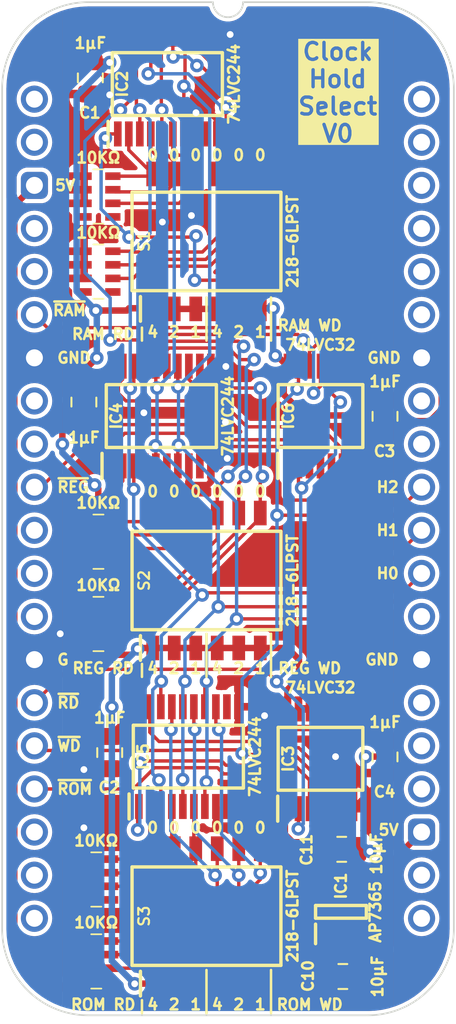
<source format=kicad_pcb>
(kicad_pcb (version 20240108) (generator "pcbnew") (generator_version "8.0")
  (layers (0 "F.Cu" signal) (31 "B.Cu" signal) (34 "B.Paste" user) (35 "F.Paste" user) (36 "B.SilkS" user "B.Silkscreen") (37 "F.SilkS" user "F.Silkscreen") (38 "B.Mask" user) (39 "F.Mask" user) (44 "Edge.Cuts" user))
  (net 0 "")
  (net 1 "/5V")
  (net 2 "/GND")
  (net 3 "/3.3V")
  (net 36 "/~{RAM}+~{RD}")
  (net 37 "/H0")
  (net 38 "/H1")
  (net 39 "/H2")
  (net 40 "/~{RAM}+~{WD}")
  (net 41 "/~{Device Registers}")
  (net 42 "/~{RD}")
  (net 43 "/~{REG}+~{RD}")
  (net 44 "/~{WD}")
  (net 45 "/~{REG}+~{WD}")
  (net 46 "/~{Device RAM}")
  (net 48 "/~{Device ROM}")
  (net 56 "/RAM RD H0")
  (net 57 "/RAM RD H1")
  (net 58 "/RAM RD H2")
  (net 59 "/RAM WD H2")
  (net 60 "/RAM WD H1")
  (net 61 "/RAM WD H0")
  (net 62 "/REG RD H0")
  (net 63 "/REG RD H1")
  (net 64 "/REG RD H2")
  (net 65 "/REG WD H2")
  (net 66 "/REG WD H1")
  (net 67 "/REG WD H0")
  (net 68 "/~{ROM}+~{RD}")
  (net 69 "/~{ROM}+~{WD}")
  (net 72 "/ROM RD H0")
  (net 73 "/ROM RD H1")
  (net 74 "/ROM RD H2")
  (net 75 "/ROM WD H2")
  (net 76 "/ROM WD H1")
  (net 77 "/ROM WD H0")
  (footprint "SamacSys_Parts:C_0805" (layer "F.Cu") (at 109.601 97.155 180)
    (property "Reference" "C4")
    (property "Value" "1μF")
  )
  (footprint "SamacSys_Parts:CAY16-J4" (layer "F.Cu") (at 92.71 68.58 180)
    (property "Reference" "RN2" (hide yes))
    (property "Value" "CAY16-103J4LF" (hide yes))
  )
  (footprint "SamacSys_Parts:C_0805" (layer "F.Cu") (at 107.127 110.109 90)
    (property "Reference" "C10")
    (property "Value" "10µF")
  )
  (footprint "SamacSys_Parts:CAY16-J4" (layer "F.Cu") (at 92.583 104.394 180)
    (property "Reference" "RN5" (hide yes))
    (property "Value" "CAY16-103J4LF" (hide yes))
  )
  (footprint "SamacSys_Parts:CAY16-J4" (layer "F.Cu") (at 92.71 64.156558 180)
    (property "Reference" "RN1" (hide yes))
    (property "Value" "CAY16-103J4LF" (hide yes))
  )
  (footprint "SamacSys_Parts:SOT95P285X130-5N" (layer "F.Cu") (at 107 106.299 90)
    (property "Reference" "IC1")
    (property "Value" "AP7365-33WG-7" (hide yes))
  )
  (footprint "SamacSys_Parts:CAY16-J4" (layer "F.Cu") (at 92.71 89.340558 180)
    (property "Reference" "RN4" (hide yes))
    (property "Value" "CAY16-103J4LF" (hide yes))
  )
  (footprint "SamacSys_Parts:SOIC127P844X265-12N" (layer "F.Cu") (at 99.06 106.553 90)
    (property "Reference" "S3")
    (property "Value" "218-6LPST" (hide yes))
  )
  (footprint "SamacSys_Parts:CAY16-J4" (layer "F.Cu") (at 92.583 109.22 180)
    (property "Reference" "RN6" (hide yes))
    (property "Value" "CAY16-103J4LF" (hide yes))
  )
  (footprint "SamacSys_Parts:DIP-40_Board_W22.86mm" (layer "F.Cu") (at 88.9 58.42)
    (property "Reference" "J1" (hide yes))
    (property "Value" "Conn_02x20_Counter_Clockwise")
    (fp_line (start -1.905 -0.635) (end -1.905 48.895) (stroke (width 0.1)) (layer "Edge.Cuts"))
    (fp_line (start 10.541 -5.715) (end 3.175 -5.715) (stroke (width 0.1)) (layer "Edge.Cuts"))
    (fp_line (start 19.685 -5.715) (end 12.319 -5.715) (stroke (width 0.1)) (layer "Edge.Cuts"))
    (fp_line (start 19.685 53.975) (end 3.175 53.975) (stroke (width 0.1)) (layer "Edge.Cuts"))
    (fp_line (start 24.765 48.895) (end 24.765 -0.635) (stroke (width 0.1)) (layer "Edge.Cuts"))
    (fp_arc (start -1.905 -0.635) (mid -0.417102 -4.227102) (end 3.175 -5.715) (stroke (width 0.1)) (layer "Edge.Cuts"))
    (fp_arc (start 3.175 53.975) (mid -0.417102 52.487102) (end -1.905 48.895) (stroke (width 0.1)) (layer "Edge.Cuts"))
    (fp_arc (start 12.319 -5.715) (mid 11.43 -4.826) (end 10.541 -5.715) (stroke (width 0.1)) (layer "Edge.Cuts"))
    (fp_arc (start 19.685 -5.715) (mid 23.277102 -4.227102) (end 24.765 -0.635) (stroke (width 0.1)) (layer "Edge.Cuts"))
    (fp_arc (start 24.765 48.895) (mid 23.277102 52.487102) (end 19.685 53.975) (stroke (width 0.1)) (layer "Edge.Cuts"))
  )
  (footprint "SamacSys_Parts:SOP65P640X110-14N" (layer "F.Cu") (at 105.791 97.282 90)
    (property "Reference" "IC3")
    (property "Value" "74LVC32APW,118" (hide yes))
  )
  (footprint "SamacSys_Parts:SOP65P640X110-20N" (layer "F.Cu") (at 96.393 77.089 90)
    (property "Reference" "IC4")
    (property "Value" "74LVC244APW,118" (hide yes))
  )
  (footprint "SamacSys_Parts:SOP65P640X110-20N" (layer "F.Cu") (at 96.748229 57.531 90)
    (property "Reference" "IC2")
    (property "Value" "74LVC244APW,118" (hide yes))
  )
  (footprint "SamacSys_Parts:C_0805" (layer "F.Cu") (at 93.345 96.901 180)
    (property "Reference" "C2")
    (property "Value" "1μF")
  )
  (footprint "SamacSys_Parts:C_0805" (layer "F.Cu") (at 109.601 77.089 180)
    (property "Reference" "C3")
    (property "Value" "1μF")
  )
  (footprint "SamacSys_Parts:SOIC127P844X265-12N" (layer "F.Cu") (at 99.06 66.802 90)
    (property "Reference" "S1")
    (property "Value" "218-6LPST" (hide yes))
  )
  (footprint "SamacSys_Parts:C_0805" (layer "F.Cu") (at 107.061 102.616 90)
    (property "Reference" "C11")
    (property "Value" "10µF")
  )
  (footprint "SamacSys_Parts:SOIC127P844X265-12N" (layer "F.Cu") (at 99.06 86.779 90)
    (property "Reference" "S2")
    (property "Value" "218-6LPST" (hide yes))
  )
  (footprint "SamacSys_Parts:SOP65P640X110-14N" (layer "F.Cu") (at 105.791 77.089 90)
    (property "Reference" "IC6")
    (property "Value" "74LVC32APW,118" (hide yes))
  )
  (footprint "SamacSys_Parts:CAY16-J4" (layer "F.Cu") (at 92.71 84.493 180)
    (property "Reference" "RN3" (hide yes))
    (property "Value" "CAY16-103J4LF" (hide yes))
  )
  (footprint "SamacSys_Parts:SOP65P640X110-20N" (layer "F.Cu") (at 97.98925 97.155 90)
    (property "Reference" "IC5")
    (property "Value" "74LVC244APW,118" (hide yes))
  )
  (footprint "SamacSys_Parts:C_0805" (layer "F.Cu") (at 91.821001 76.249999 180)
    (property "Reference" "C12" (hide yes))
    (property "Value" "1μF")
  )
  (footprint "SamacSys_Parts:C_0805" (layer "F.Cu") (at 92.202 57.15 180)
    (property "Reference" "C1")
    (property "Value" "1μF")
  )
  (gr_line (start 102.87 112.268) (end 102.87 109.728) (stroke (width 0.15)) (layer "F.SilkS"))
  (gr_line (start 99.06 72.644) (end 99.06 70.104) (stroke (width 0.15)) (layer "F.SilkS"))
  (gr_line (start 102.87 72.644) (end 102.87 70.104) (stroke (width 0.15)) (layer "F.SilkS"))
  (gr_line (start 99.06 112.268) (end 99.06 109.728) (stroke (width 0.15)) (layer "F.SilkS"))
  (gr_line (start 95.25 112.268) (end 95.25 111.506) (stroke (width 0.15)) (layer "F.SilkS"))
  (gr_line (start 102.87 92.456) (end 102.87 89.916) (stroke (width 0.15)) (layer "F.SilkS"))
  (gr_line (start 95.25 92.456) (end 95.25 91.694) (stroke (width 0.15)) (layer "F.SilkS"))
  (gr_line (start 99.06 92.456) (end 99.06 89.916) (stroke (width 0.15)) (layer "F.SilkS"))
  (gr_line (start 95.25 72.644) (end 95.25 71.882) (stroke (width 0.15)) (layer "F.SilkS"))
  (gr_text "1" (at 98.425 72.136 0) (layer "F.SilkS") (effects (font (size 0.635 0.635))))
  (gr_text "GND" (at 110.49 91.44 0) (layer "F.SilkS") (effects (font (size 0.635 0.635) (thickness 0.15) (bold yes)) (justify right)))
  (gr_text "ROM RD" (at 92.964 111.76 0) (layer "F.SilkS") (effects (font (size 0.635 0.635))))
  (gr_text "2" (at 100.965 111.76 0) (layer "F.SilkS") (effects (font (size 0.635 0.635))))
  (gr_text "1" (at 98.425 111.76 0) (layer "F.SilkS") (effects (font (size 0.635 0.635))))
  (gr_text "0\n" (at 99.695 81.534 0) (layer "F.SilkS") (effects (font (size 0.635 0.635))))
  (gr_text "0" (at 98.425 101.346 0) (layer "F.SilkS") (effects (font (size 0.635 0.635))))
  (gr_text "1" (at 102.235 91.948 0) (layer "F.SilkS") (effects (font (size 0.635 0.635))))
  (gr_text "0" (at 98.425 61.722 0) (layer "F.SilkS") (effects (font (size 0.635 0.635))))
  (gr_text "2" (at 100.965 72.136 0) (layer "F.SilkS") (effects (font (size 0.635 0.635))))
  (gr_text "2" (at 97.155 111.76 0) (layer "F.SilkS") (effects (font (size 0.635 0.635))))
  (gr_text "0" (at 97.155 61.722 0) (layer "F.SilkS") (effects (font (size 0.635 0.635))))
  (gr_text "0" (at 100.965 61.722 0) (layer "F.SilkS") (effects (font (size 0.635 0.635))))
  (gr_text "5V" (at 90.043 63.5 0) (layer "F.SilkS") (effects (font (size 0.635 0.635) (thickness 0.15) (bold yes)) (justify left)))
  (gr_text "1" (at 102.235 72.136 0) (layer "F.SilkS") (effects (font (size 0.635 0.635))))
  (gr_text "1" (at 102.235 111.76 0) (layer "F.SilkS") (effects (font (size 0.635 0.635))))
  (gr_text "REG WD" (at 105.156 91.948 0) (layer "F.SilkS") (effects (font (size 0.635 0.635))))
  (gr_text "REG RD" (at 92.964 91.948 0) (layer "F.SilkS") (effects (font (size 0.635 0.635))))
  (gr_text "~{WD}" (at 90.17 96.52 0) (layer "F.SilkS") (effects (font (size 0.635 0.635) (thickness 0.15) (bold yes)) (justify left)))
  (gr_text "0" (at 95.885 101.346 0) (layer "F.SilkS") (effects (font (size 0.635 0.635))))
  (gr_text "~{REG}" (at 90.17 81.28 0) (layer "F.SilkS") (effects (font (size 0.635 0.635) (thickness 0.15) (bold yes)) (justify left)))
  (gr_text "RAM RD" (at 92.964 72.263 0) (layer "F.SilkS") (effects (font (size 0.635 0.635))))
  (gr_text "2" (at 97.155 91.948 0) (layer "F.SilkS") (effects (font (size 0.635 0.635))))
  (gr_text "0" (at 97.155 101.346 0) (layer "F.SilkS") (effects (font (size 0.635 0.635))))
  (gr_text "Clock\nHold\nSelect\nV0" (at 106.807 58.039 0) (layer "F.SilkS" knockout) (effects (font (size 1 1) (thickness 0.2) (bold yes))))
  (gr_text "4" (at 99.695 111.76 0) (layer "F.SilkS") (effects (font (size 0.635 0.635))))
  (gr_text "0" (at 102.235 101.346 0) (layer "F.SilkS") (effects (font (size 0.635 0.635))))
  (gr_text "1" (at 98.425 91.948 0) (layer "F.SilkS") (effects (font (size 0.635 0.635))))
  (gr_text "GND" (at 110.617 73.66 0) (layer "F.SilkS") (effects (font (size 0.635 0.635) (thickness 0.15) (bold yes)) (justify right)))
  (gr_text "0" (at 97.155 81.534 0) (layer "F.SilkS") (effects (font (size 0.635 0.635))))
  (gr_text "0" (at 102.235 61.722 0) (layer "F.SilkS") (effects (font (size 0.635 0.635))))
  (gr_text "4" (at 95.885 72.136 0) (layer "F.SilkS") (effects (font (size 0.635 0.635))))
  (gr_text "4" (at 95.885 111.76 0) (layer "F.SilkS") (effects (font (size 0.635 0.635))))
  (gr_text "ROM WD" (at 105.156 111.76 0) (layer "F.SilkS") (effects (font (size 0.635 0.635))))
  (gr_text "H1" (at 110.49 83.82 0) (layer "F.SilkS") (effects (font (size 0.635 0.635) (thickness 0.15) (bold yes)) (justify right)))
  (gr_text "4" (at 99.695 72.136 0) (layer "F.SilkS") (effects (font (size 0.635 0.635))))
  (gr_text "4" (at 99.695 91.948 0) (layer "F.SilkS") (effects (font (size 0.635 0.635))))
  (gr_text "0" (at 95.885 61.722 0) (layer "F.SilkS") (effects (font (size 0.635 0.635))))
  (gr_text "~{RAM}" (at 89.916 70.866 0) (layer "F.SilkS") (effects (font (size 0.635 0.635) (thickness 0.15) (bold yes)) (justify left)))
  (gr_text "~{RD}" (at 90.17 93.98 0) (layer "F.SilkS") (effects (font (size 0.635 0.635) (thickness 0.15) (bold yes)) (justify left)))
  (gr_text "~{ROM}" (at 90.17 99.06 0) (layer "F.SilkS") (effects (font (size 0.635 0.635) (thickness 0.15) (bold yes)) (justify left)))
  (gr_text "0" (at 102.235 81.534 0) (layer "F.SilkS") (effects (font (size 0.635 0.635))))
  (gr_text "0" (at 95.885 81.534 0) (layer "F.SilkS") (effects (font (size 0.635 0.635))))
  (gr_text "GND" (at 90.17 73.66 0) (layer "F.SilkS") (effects (font (size 0.635 0.635) (thickness 0.15) (bold yes)) (justify left)))
  (gr_text "H2" (at 110.49 81.28 0) (layer "F.SilkS") (effects (font (size 0.635 0.635) (thickness 0.15) (bold yes)) (justify right)))
  (gr_text "0\n" (at 99.695 101.346 0) (layer "F.SilkS") (effects (font (size 0.635 0.635))))
  (gr_text "0" (at 100.965 81.534 0) (layer "F.SilkS") (effects (font (size 0.635 0.635))))
  (gr_text "4" (at 95.885 91.948 0) (layer "F.SilkS") (effects (font (size 0.635 0.635))))
  (gr_text "G" (at 90.17 91.44 0) (layer "F.SilkS") (effects (font (size 0.635 0.635) (thickness 0.15) (bold yes)) (justify left)))
  (gr_text "0" (at 98.425 81.534 0) (layer "F.SilkS") (effects (font (size 0.635 0.635))))
  (gr_text "5V" (at 110.49 101.473 0) (layer "F.SilkS") (effects (font (size 0.635 0.635) (thickness 0.15) (bold yes)) (justify right)))
  (gr_text "2" (at 97.155 72.136 0) (layer "F.SilkS") (effects (font (size 0.635 0.635))))
  (gr_text "2" (at 100.965 91.948 0) (layer "F.SilkS") (effects (font (size 0.635 0.635))))
  (gr_text "H0" (at 110.49 86.36 0) (layer "F.SilkS") (effects (font (size 0.635 0.635) (thickness 0.15) (bold yes)) (justify right)))
  (gr_text "RAM WD" (at 105.156 71.755 0) (layer "F.SilkS") (effects (font (size 0.635 0.635))))
  (gr_text "0" (at 100.965 101.346 0) (layer "F.SilkS") (effects (font (size 0.635 0.635))))
  (gr_text "0\n" (at 99.695 61.722 0) (layer "F.SilkS") (effects (font (size 0.635 0.635))))
  (segment (start 107 109.346999) (end 107.762 110.109) (width 0.38) (layer "F.Cu") (net 1))
  (segment (start 87.71 107.881) (end 87.71 64.69) (width 0.38) (layer "F.Cu") (net 1))
  (segment (start 106.217 108.563999) (end 106.050001 108.397) (width 0.38) (layer "F.Cu") (net 1))
  (segment (start 107 108.564) (end 107 109.346999) (width 0.38) (layer "F.Cu") (net 1))
  (segment (start 87.71 64.69) (end 88.9 63.5) (width 0.38) (layer "F.Cu") (net 1))
  (segment (start 107.95 108.304001) (end 107.69 108.564) (width 0.38) (layer "F.Cu") (net 1))
  (segment (start 108.061 110.109) (end 106.527 111.643) (width 0.38) (layer "F.Cu") (net 1))
  (segment (start 106.050001 108.397) (end 106.05 107.599) (width 0.38) (layer "F.Cu") (net 1))
  (segment (start 107.69 108.564) (end 107 108.564) (width 0.38) (layer "F.Cu") (net 1))
  (segment (start 107 108.564) (end 106.217 108.563999) (width 0.38) (layer "F.Cu") (net 1))
  (segment (start 108.061 110.109) (end 109.982 108.188) (width 0.38) (layer "F.Cu") (net 1))
  (segment (start 106.527 111.643) (end 91.472 111.643) (width 0.38) (layer "F.Cu") (net 1))
  (segment (start 107.95 107.599) (end 107.95 108.304001) (width 0.38) (layer "F.Cu") (net 1))
  (segment (start 109.982 103.378) (end 111.76 101.6) (width 0.38) (layer "F.Cu") (net 1))
  (segment (start 109.982 108.188) (end 109.982 103.378) (width 0.38) (layer "F.Cu") (net 1))
  (segment (start 91.472 111.643) (end 87.71 107.881) (width 0.38) (layer "F.Cu") (net 1))
  (segment (start 93.294998 58.116) (end 93.344999 58.166001) (width 0.38) (layer "F.Cu") (net 2))
  (segment (start 91.831 64.556558) (end 91.831 63.756558) (width 0.25) (layer "F.Cu") (net 2))
  (segment (start 106.68 97.155) (end 107.646 98.121) (width 0.38) (layer "F.Cu") (net 2))
  (segment (start 109.601 79.248) (end 109.601 78.055) (width 0.38) (layer "F.Cu") (net 2))
  (segment (start 99.845502 80.027) (end 100.286502 79.586) (width 0.38) (layer "F.Cu") (net 2))
  (segment (start 103.124 101.6) (end 101.617 100.093) (width 0.38) (layer "F.Cu") (net 2))
  (segment (start 91.831 68.18) (end 91.831 67.38) (width 0.25) (layer "F.Cu") (net 2))
  (segment (start 98.018 81.1445) (end 98.028 81.1545) (width 0.38) (layer "F.Cu") (net 2))
  (segment (start 107.646 98.121) (end 109.601 98.121) (width 0.38) (layer "F.Cu") (net 2))
  (segment (start 103.886 96.139) (end 105.664 96.139) (width 0.38) (layer "F.Cu") (net 2))
  (segment (start 103.886 102.616) (end 103.124 101.854) (width 0.38) (layer "F.Cu") (net 2))
  (segment (start 98.373229 59.285833) (end 98.44044 59.218622) (width 0.38) (layer "F.Cu") (net 2))
  (segment (start 112.252915 77.39) (end 112.95 76.692915) (width 0.38) (layer "F.Cu") (net 2))
  (segment (start 95.42829 76.962) (end 95.363421 76.897131) (width 0.38) (layer "F.Cu") (net 2))
  (segment (start 105.36 104.19) (end 105.36 106.299) (width 0.38) (layer "F.Cu") (net 2))
  (segment (start 103.124 101.854) (end 103.124 101.6) (width 0.38) (layer "F.Cu") (net 2))
  (segment (start 99.64925 100.128) (end 99.64925 101.2205) (width 0.38) (layer "F.Cu") (net 2))
  (segment (start 99.690434 76.962) (end 95.42829 76.962) (width 0.38) (layer "F.Cu") (net 2))
  (segment (start 91.831 84.893) (end 91.831 84.093) (width 0.38) (layer "F.Cu") (net 2))
  (segment (start 91.831 84.093) (end 91.831 83.293) (width 0.38) (layer "F.Cu") (net 2))
  (segment (start 105.36 106.299) (end 105.36 109.308) (width 0.38) (layer "F.Cu") (net 2))
  (segment (start 99.673229 60.469) (end 99.673229 59.591793) (width 0.38) (layer "F.Cu") (net 2))
  (segment (start 99.318 80.027) (end 99.845502 80.027) (width 0.38) (layer "F.Cu") (net 2))
  (segment (start 100.87925 101.2205) (end 100.91425 101.1855) (width 0.38) (layer "F.Cu") (net 2))
  (segment (start 100.186 74.151) (end 100.203 74.168) (width 0.38) (layer "F.Cu") (net 2))
  (segment (start 91.831 63.756558) (end 91.831 62.956558) (width 0.25) (layer "F.Cu") (net 2))
  (segment (start 102.489 94.742) (end 103.886 96.139) (width 0.38) (layer "F.Cu") (net 2))
  (segment (start 99.134165 81.1545) (end 99.318 80.970665) (width 0.38) (layer "F.Cu") (net 2))
  (segment (start 109.601 78.055) (end 110.266 77.39) (width 0.38) (layer "F.Cu") (net 2))
  (segment (start 98.028 81.1545) (end 99.134165 81.1545) (width 0.38) (layer "F.Cu") (net 2))
  (segment (start 99.318 80.970665) (end 99.318 80.027) (width 0.38) (layer "F.Cu") (net 2))
  (segment (start 92.139869 76.897131) (end 95.363421 76.897131) (width 0.38) (layer "F.Cu") (net 2))
  (segment (start 91.831 68.98) (end 91.831 68.18) (width 0.25) (layer "F.Cu") (net 2))
  (segment (start 110.266 77.39) (end 112.252915 77.39) (width 0.38) (layer "F.Cu") (net 2))
  (segment (start 112.95 74.85) (end 111.76 73.66) (width 0.38) (layer "F.Cu") (net 2))
  (segment (start 91.823558 88.140558) (end 90.805 87.122) (width 0.38) (layer "F.Cu") (net 2))
  (segment (start 99.300058 59.218622) (end 98.44044 59.218622) (width 0.38) (layer "F.Cu") (net 2))
  (segment (start 112.95 76.692915) (end 112.95 74.85) (width 0.38) (layer "F.Cu") (net 2))
  (segment (start 91.704 103.994) (end 91.704 103.194) (width 0.38) (layer "F.Cu") (net 2))
  (segment (start 92.202 58.116) (end 93.294998 58.116) (width 0.38) (layer "F.Cu") (net 2))
  (segment (start 107 107.599) (end 107 106.644) (width 0.38) (layer "F.Cu") (net 2))
  (segment (start 91.821 103.077) (end 91.821 101.34599) (width 0.38) (layer "F.Cu") (net 2))
  (segment (start 106.095 102.616) (end 103.886 102.616) (width 0.38) (layer "F.Cu") (net 2))
  (segment (start 109.601 98.36) (end 107.741 100.22) (width 0.38) (layer "F.Cu") (net 2))
  (segment (start 106.095 102.616) (end 106.095 103.455) (width 0.38) (layer "F.Cu") (net 2))
  (segment (start 100.176434 77.448) (end 99.690434 76.962) (width 0.38) (layer "F.Cu") (net 2))
  (segment (start 96.455 65.659) (end 97.79 65.659) (width 0.38) (layer "F.Cu") (net 2))
  (segment (start 105.36 109.308) (end 106.161 110.109) (width 0.38) (layer "F.Cu") (net 2))
  (segment (start 108.822 80.027) (end 109.601 79.248) (width 0.38) (layer "F.Cu") (net 2))
  (segment (start 91.821001 77.215999) (end 92.139869 76.897131) (width 0.38) (layer "F.Cu") (net 2))
  (segment (start 91.704 104.794) (end 91.704 103.994) (width 0.38) (layer "F.Cu") (net 2))
  (segment (start 105.664 96.139) (end 106.68 97.155) (width 0.38) (layer "F.Cu") (net 2))
  (segment (start 98.018 80.027) (end 98.018 81.1445) (width 0.38) (layer "F.Cu") (net 2))
  (segment (start 91.001 84.893) (end 91.831 84.893) (width 0.38) (layer "F.Cu") (net 2))
  (segment (start 90.805 85.089) (end 91.001 84.893) (width 0.38) (layer "F.Cu") (net 2))
  (segment (start 97.79 65.659) (end 98.171 65.278) (width 0.38) (layer "F.Cu") (net 2))
  (segment (start 100.44 54.593) (end 100.457 54.61) (width 0.38) (layer "F.Cu") (net 2))
  (segment (start 90.805 87.122) (end 90.805 85.089) (width 0.38) (layer "F.Cu") (net 2))
  (segment (start 98.373229 60.469) (end 98.373229 59.285833) (width 0.38) (layer "F.Cu") (net 2))
  (segment (start 91.704 103.194) (end 91.821 103.077) (width 0.38) (layer "F.Cu") (net 2))
  (segment (start 91.831 89.740558) (end 90.599442 89.740558) (width 0.38) (layer "F.Cu") (net 2))
  (segment (start 106.655 106.299) (end 105.36 106.299) (width 0.38) (layer "F.Cu") (net 2))
  (segment (start 99.673229 59.591793) (end 99.300058 59.218622) (width 0.38) (layer "F.Cu") (net 2))
  (segment (start 91.831 89.740558) (end 91.831 88.940558) (width 0.38) (layer "F.Cu") (net 2))
  (segment (start 107.741 80.027) (end 108.822 80.027) (width 0.38) (layer "F.Cu") (net 2))
  (segment (start 99.673229 54.593) (end 100.44 54.593) (width 0.38) (layer "F.Cu") (net 2))
  (segment (start 99.64925 101.2205) (end 100.87925 101.2205) (width 0.38) (layer "F.Cu") (net 2))
  (segment (start 91.831 88.940558) (end 91.831 88.140558) (width 0.38) (layer "F.Cu") (net 2))
  (segment (start 100.91425 101.1855) (end 100.91425 100.093) (width 0.38) (layer "F.Cu") (net 2))
  (segment (start 90.599442 89.740558) (end 90.424 89.916) (width 0.38) (layer "F.Cu") (net 2))
  (segment (start 99.318 74.151) (end 100.186 74.151) (width 0.38) (layer "F.Cu") (net 2))
  (segment (start 106.095 103.455) (end 105.36 104.19) (width 0.38) (layer "F.Cu") (net 2))
  (segment (start 91.821 97.917) (end 93.295 97.917) (width 0.38) (layer "F.Cu") (net 2))
  (segment (start 107 106.644) (end 106.655 106.299) (width 0.38) (layer "F.Cu") (net 2))
  (segment (start 101.617 100.093) (end 100.91425 100.093) (width 0.38) (layer "F.Cu") (net 2))
  (via (at 93.344999 58.166001) (size 0.8) (drill 0.4) (layers "F.Cu" "B.Cu") (net 2))
  (via (at 91.821 101.34599) (size 0.8) (drill 0.4) (layers "F.Cu" "B.Cu") (net 2))
  (via (at 90.424 89.916) (size 0.8) (drill 0.4) (layers "F.Cu" "B.Cu") (net 2))
  (via (at 102.489 94.742) (size 0.8) (drill 0.4) (layers "F.Cu" "B.Cu") (net 2))
  (via (at 98.171 65.278) (size 0.8) (drill 0.4) (layers "F.Cu" "B.Cu") (net 2))
  (via (at 100.457 54.61) (size 0.8) (drill 0.4) (layers "F.Cu" "B.Cu") (net 2))
  (via (at 91.821 97.917) (size 0.8) (drill 0.4) (layers "F.Cu" "B.Cu") (net 2))
  (via (at 106.68 97.155) (size 0.8) (drill 0.4) (layers "F.Cu" "B.Cu") (net 2))
  (via (at 100.176434 77.448) (size 0.8) (drill 0.4) (layers "F.Cu" "B.Cu") (net 2))
  (via (at 95.363421 76.897131) (size 0.8) (drill 0.4) (layers "F.Cu" "B.Cu") (net 2))
  (via (at 96.455 65.659) (size 0.8) (drill 0.4) (layers "F.Cu" "B.Cu") (net 2))
  (via (at 100.286502 79.586) (size 0.8) (drill 0.4) (layers "F.Cu" "B.Cu") (net 2))
  (via (at 100.203 74.168) (size 0.8) (drill 0.4) (layers "F.Cu" "B.Cu") (net 2))
  (via (at 98.44044 59.218622) (size 0.8) (drill 0.4) (layers "F.Cu" "B.Cu") (net 2))
  (segment (start 106.172 77.47) (end 106.172 60.325) (width 0.38) (layer "B.Cu") (net 2))
  (segment (start 100.203 74.168) (end 100.203 77.421434) (width 0.38) (layer "B.Cu") (net 2))
  (segment (start 104.013 82.575771) (end 103.886 82.448771) (width 0.38) (layer "B.Cu") (net 2))
  (segment (start 100.286502 77.558068) (end 100.286502 79.586) (width 0.38) (layer "B.Cu") (net 2))
  (segment (start 91.821 97.917) (end 91.821 101.34599) (width 0.38) (layer "B.Cu") (net 2))
  (segment (start 95.363421 76.897131) (end 95.349 76.88271) (width 0.38) (layer "B.Cu") (net 2))
  (segment (start 95.349 67.407036) (end 96.455 66.301036) (width 0.38) (layer "B.Cu") (net 2))
  (segment (start 102.412003 92.405997) (end 104.013 90.805) (width 0.38) (layer "B.Cu") (net 2))
  (segment (start 103.886 79.756) (end 106.172 77.47) (width 0.38) (layer "B.Cu") (net 2))
  (segment (start 102.489 94.742) (end 102.412003 94.665003) (width 0.38) (layer "B.Cu") (net 2))
  (segment (start 93.344999 57.658001) (end 96.393 54.61) (width 0.38) (layer "B.Cu") (net 2))
  (segment (start 106.68 96.52) (end 111.76 91.44) (width 0.38) (layer "B.Cu") (net 2))
  (segment (start 98.171 59.488062) (end 98.44044 59.218622) (width 0.38) (layer "B.Cu") (net 2))
  (segment (start 103.886 82.448771) (end 103.886 79.756) (width 0.38) (layer "B.Cu") (net 2))
  (segment (start 100.203 77.421434) (end 100.176434 77.448) (width 0.38) (layer "B.Cu") (net 2))
  (segment (start 96.393 54.61) (end 100.457 54.61) (width 0.38) (layer "B.Cu") (net 2))
  (segment (start 106.68 97.155) (end 106.68 96.52) (width 0.38) (layer "B.Cu") (net 2))
  (segment (start 88.9 91.44) (end 90.424 89.916) (width 0.38) (layer "B.Cu") (net 2))
  (segment (start 98.171 65.278) (end 98.171 59.488062) (width 0.38) (layer "B.Cu") (net 2))
  (segment (start 100.176434 77.448) (end 100.286502 77.558068) (width 0.38) (layer "B.Cu") (net 2))
  (segment (start 93.344999 58.166001) (end 93.344999 57.658001) (width 0.38) (layer "B.Cu") (net 2))
  (segment (start 95.349 76.88271) (end 95.349 67.407036) (width 0.38) (layer "B.Cu") (net 2))
  (segment (start 106.172 60.325) (end 100.457 54.61) (width 0.38) (layer "B.Cu") (net 2))
  (segment (start 102.412003 94.665003) (end 102.412003 92.405997) (width 0.38) (layer "B.Cu") (net 2))
  (segment (start 96.455 66.301036) (end 96.455 65.659) (width 0.38) (layer "B.Cu") (net 2))
  (segment (start 104.013 90.805) (end 104.013 82.575771) (width 0.38) (layer "B.Cu") (net 2))
  (segment (start 91.821 74.422) (end 92.583 73.66) (width 0.38) (layer "F.Cu") (net 3))
  (segment (start 97.155 90.754) (end 98.425 90.754) (width 0.38) (layer "F.Cu") (net 3))
  (segment (start 103.841 93.211458) (end 104.521 92.531458) (width 0.38) (layer "F.Cu") (net 3))
  (segment (start 98.425 90.754) (end 99.695 90.754) (width 0.38) (layer "F.Cu") (net 3))
  (segment (start 99.695 70.777) (end 100.965 70.777) (width 0.38) (layer "F.Cu") (net 3))
  (segment (start 94.831006 110.528) (end 94.8206 110.538406) (width 0.38) (layer "F.Cu") (net 3))
  (segment (start 97.155 110.528) (end 98.425 110.528) (width 0.38) (layer "F.Cu") (net 3))
  (segment (start 92.202 55.499) (end 92.202 56.216) (width 0.38) (layer "F.Cu") (net 3))
  (segment (start 94.841 94.21325) (end 94.841 94.471) (width 0.38) (layer "F.Cu") (net 3))
  (segment (start 90.551 78.74) (end 90.551 76.586) (width 0.38) (layer "F.Cu") (net 3))
  (segment (start 93.468 74.151) (end 93.301 74.151) (width 0.38) (layer "F.Cu") (net 3))
  (segment (start 95.047 90.754) (end 94.996 90.805) (width 0.38) (layer "F.Cu") (net 3))
  (segment (start 109.219996 97.155004) (end 108.457998 97.155004) (width 0.38) (layer "F.Cu") (net 3))
  (segment (start 98.425 110.528) (end 99.695 110.528) (width 0.38) (layer "F.Cu") (net 3))
  (segment (start 99.695 110.528) (end 100.965 110.528) (width 0.38) (layer "F.Cu") (net 3))
  (segment (start 109.601 96.221) (end 109.601 95.758) (width 0.38) (layer "F.Cu") (net 3))
  (segment (start 98.425 70.777) (end 99.695 70.777) (width 0.38) (layer "F.Cu") (net 3))
  (segment (start 90.551 76.586) (end 91.821001 75.315999) (width 0.38) (layer "F.Cu") (net 3))
  (segment (start 93.472 95.585998) (end 93.217999 95.839999) (width 0.38) (layer "F.Cu") (net 3))
  (segment (start 109.3145 95.4715) (end 104.038744 95.4715) (width 0.38) (layer "F.Cu") (net 3))
  (segment (start 104.521 91.440001) (end 103.834999 90.754) (width 0.38) (layer "F.Cu") (net 3))
  (segment (start 109.601 96.221) (end 109.601 96.774) (width 0.38) (layer "F.Cu") (net 3))
  (segment (start 103.834999 90.754) (end 102.235 90.754) (width 0.38) (layer "F.Cu") (net 3))
  (segment (start 95.06425 94.217) (end 94.8065 94.47475) (width 0.38) (layer "F.Cu") (net 3))
  (segment (start 103.841 94.344) (end 103.841 93.211458) (width 0.38) (layer "F.Cu") (net 3))
  (segment (start 108.585 102.616) (end 108.711995 102.742995) (width 0.38) (layer "F.Cu") (net 3))
  (segment (start 104.038744 95.4715) (end 103.841 95.273756) (width 0.38) (layer "F.Cu") (net 3))
  (segment (start 103.621732 75.822959) (end 104.854532 77.055759) (width 0.38) (layer "F.Cu") (net 3))
  (segment (start 91.821 75.315998) (end 91.821 74.422) (width 0.38) (layer "F.Cu") (net 3))
  (segment (start 106.05 104.999) (end 106.05 104.561) (width 0.38) (layer "F.Cu") (net 3))
  (segment (start 103.621732 74.370268) (end 103.621732 75.822959) (width 0.38) (layer "F.Cu") (net 3))
  (segment (start 95.885 110.528) (end 94.831006 110.528) (width 0.38) (layer "F.Cu") (net 3))
  (segment (start 103.841 74.151) (end 103.621732 74.370268) (width 0.38) (layer "F.Cu") (net 3))
  (segment (start 109.601 96.774) (end 109.219996 97.155004) (width 0.38) (layer "F.Cu") (net 3))
  (segment (start 92.671 91.135558) (end 92.671 81.368) (width 0.38) (layer "F.Cu") (net 3))
  (segment (start 95.847 70.739) (end 94.488 70.739) (width 0.38) (layer "F.Cu") (net 3))
  (segment (start 109.601 95.758) (end 109.3145 95.4715) (width 0.38) (layer "F.Cu") (net 3))
  (segment (start 94.841 94.471) (end 93.345 95.967) (width 0.38) (layer "F.Cu") (net 3))
  (segment (start 92.202 56.216) (end 93.3 56.216) (width 0.38) (layer "F.Cu") (net 3))
  (segment (start 93.820787 54.593) (end 93.108 54.593) (width 0.38) (layer "F.Cu") (net 3))
  (segment (start 103.841 95.273756) (end 103.841 94.344) (width 0.38) (layer "F.Cu") (net 3))
  (segment (start 104.521 92.531458) (end 104.521 91.440001) (width 0.38) (layer "F.Cu") (net 3))
  (segment (start 95.885 90.754) (end 97.155 90.754) (width 0.38) (layer "F.Cu") (net 3))
  (segment (start 92.671 81.368) (end 92.456 81.153) (width 0.38) (layer "F.Cu") (net 3))
  (segment (start 108.700241 77.055759) (end 109.601 76.155) (width 0.38) (layer "F.Cu") (net 3))
  (segment (start 94.996 90.805) (end 94.645442 91.155558) (width 0.38) (layer "F.Cu") (net 3))
  (segment (start 93.301 74.151) (end 92.136001 75.315999) (width 0.38) (layer "F.Cu") (net 3))
  (segment (start 93.472 94.234) (end 93.472 95.585998) (width 0.38) (layer "F.Cu") (net 3))
  (segment (start 100.965 110.528) (end 102.235 110.528) (width 0.38) (layer "F.Cu") (net 3))
  (segment (start 97.155 70.777) (end 98.425 70.777) (width 0.38) (layer "F.Cu") (net 3))
  (segment (start 100.965 90.754) (end 102.235 90.754) (width 0.38) (layer "F.Cu") (net 3))
  (segment (start 94.645442 91.155558) (end 92.691 91.155558) (width 0.38) (layer "F.Cu") (net 3))
  (segment (start 103.841 74.151) (end 103.223 73.533) (width 0.38) (layer "F.Cu") (net 3))
  (segment (start 95.885 90.754) (end 95.047 90.754) (width 0.38) (layer "F.Cu") (net 3))
  (segment (start 94.488 70.739) (end 94.354 70.873) (width 0.38) (layer "F.Cu") (net 3))
  (segment (start 103.223 73.533) (end 103.124 73.533) (width 0.38) (layer "F.Cu") (net 3))
  (segment (start 95.885 70.777) (end 97.155 70.777) (width 0.38) (layer "F.Cu") (net 3))
  (segment (start 102.273 70.739) (end 102.997 70.739) (width 0.38) (layer "F.Cu") (net 3))
  (segment (start 94.354 70.873) (end 92.526 70.873) (width 0.38) (layer "F.Cu") (net 3))
  (segment (start 104.854532 77.055759) (end 108.700241 77.055759) (width 0.38) (layer "F.Cu") (net 3))
  (segment (start 95.885 110.528) (end 97.155 110.528) (width 0.38) (layer "F.Cu") (net 3))
  (segment (start 93.3 56.216) (end 93.345 56.261) (width 0.38) (layer "F.Cu") (net 3))
  (segment (start 93.108 54.593) (end 92.202 55.499) (width 0.38) (layer "F.Cu") (net 3))
  (segment (start 100.965 70.777) (end 102.235 70.777) (width 0.38) (layer "F.Cu") (net 3))
  (segment (start 107.995 102.616) (end 108.585 102.616) (width 0.38) (layer "F.Cu") (net 3))
  (segment (start 99.695 90.754) (end 100.965 90.754) (width 0.38) (layer "F.Cu") (net 3))
  (segment (start 92.691 91.155558) (end 92.671 91.135558) (width 0.38) (layer "F.Cu") (net 3))
  (segment (start 106.05 104.561) (end 107.995 102.616) (width 0.38) (layer "F.Cu") (net 3))
  (via (at 93.472 94.234) (size 0.8) (drill 0.4) (layers "F.Cu" "B.Cu") (net 3))
  (via (at 92.456 81.153) (size 0.8) (drill 0.4) (layers "F.Cu" "B.Cu") (net 3))
  (via (at 90.551 78.74) (size 0.8) (drill 0.4) (layers "F.Cu" "B.Cu") (net 3))
  (via (at 108.711995 102.742995) (size 0.8) (drill 0.4) (layers "F.Cu" "B.Cu") (net 3))
  (via (at 103.124 73.533) (size 0.8) (drill 0.4) (layers "F.Cu" "B.Cu") (net 3))
  (via (at 94.8206 110.538406) (size 0.8) (drill 0.4) (layers "F.Cu" "B.Cu") (net 3))
  (via (at 93.345 56.261) (size 0.8) (drill 0.4) (layers "F.Cu" "B.Cu") (net 3))
  (via (at 92.583 73.66) (size 0.8) (drill 0.4) (layers "F.Cu" "B.Cu") (net 3))
  (via (at 94.996 90.805) (size 0.8) (drill 0.4) (layers "F.Cu" "B.Cu") (net 3))
  (via (at 92.526 70.873) (size 0.8) (drill 0.4) (layers "F.Cu" "B.Cu") (net 3))
  (via (at 102.997 70.739) (size 0.8) (drill 0.4) (layers "F.Cu" "B.Cu") (net 3))
  (via (at 108.457998 97.155004) (size 0.8) (drill 0.4) (layers "F.Cu" "B.Cu") (net 3))
  (segment (start 108.331 102.362) (end 108.331 97.282002) (width 0.38) (layer "B.Cu") (net 3))
  (segment (start 93.472 109.189806) (end 94.8206 110.538406) (width 0.38) (layer "B.Cu") (net 3))
  (segment (start 90.551 79.248) (end 92.456 81.153) (width 0.38) (layer "B.Cu") (net 3))
  (segment (start 92.583 73.66) (end 92.583 70.93) (width 0.38) (layer "B.Cu") (net 3))
  (segment (start 94.996 90.805) (end 93.472 92.329) (width 0.38) (layer "B.Cu") (net 3))
  (segment (start 93.472 94.234) (end 93.472 109.189806) (width 0.38) (layer "B.Cu") (net 3))
  (segment (start 102.997 73.406) (end 103.124 73.533) (width 0.38) (layer "B.Cu") (net 3))
  (segment (start 91.393 58.213) (end 93.345 56.261) (width 0.38) (layer "B.Cu") (net 3))
  (segment (start 108.711995 102.742995) (end 108.331 102.362) (width 0.38) (layer "B.Cu") (net 3))
  (segment (start 90.551 78.74) (end 90.551 79.248) (width 0.38) (layer "B.Cu") (net 3))
  (segment (start 92.526 70.873) (end 91.393 69.74) (width 0.38) (layer "B.Cu") (net 3))
  (segment (start 93.472 92.329) (end 93.472 94.234) (width 0.38) (layer "B.Cu") (net 3))
  (segment (start 102.997 70.739) (end 102.997 73.406) (width 0.38) (layer "B.Cu") (net 3))
  (segment (start 92.583 70.93) (end 92.526 70.873) (width 0.38) (layer "B.Cu") (net 3))
  (segment (start 108.331 97.282002) (end 108.457998 97.155004) (width 0.38) (layer "B.Cu") (net 3))
  (segment (start 91.393 69.74) (end 91.393 58.213) (width 0.38) (layer "B.Cu") (net 3))
  (segment (start 107.741 72.816) (end 104.013 69.088) (width 0.2) (layer "F.Cu") (net 36))
  (segment (start 93.328 60.469) (end 93.091 60.706) (width 0.2) (layer "F.Cu") (net 36))
  (segment (start 107.741 74.151) (end 107.741 72.816) (width 0.2) (layer "F.Cu") (net 36))
  (segment (start 98.371473 66.548) (end 98.443046 66.476427) (width 0.2) (layer "F.Cu") (net 36))
  (segment (start 104.013 69.088) (end 98.36 69.088) (width 0.2) (layer "F.Cu") (net 36))
  (segment (start 93.823229 60.469) (end 93.328 60.469) (width 0.2) (layer "F.Cu") (net 36))
  (segment (start 94.488 66.548) (end 98.371473 66.548) (width 0.2) (layer "F.Cu") (net 36))
  (via (at 98.36 69.088) (size 0.8) (drill 0.4) (layers "F.Cu" "B.Cu") (net 36))
  (via (at 98.443046 66.476427) (size 0.8) (drill 0.4) (layers "F.Cu" "B.Cu") (net 36))
  (via (at 94.488 66.548) (size 0.8) (drill 0.4) (layers "F.Cu" "B.Cu") (net 36))
  (via (at 93.091 60.706) (size 0.8) (drill 0.4) (layers "F.Cu" "B.Cu") (net 36))
  (segment (start 98.36 69.088) (end 98.36 66.559473) (width 0.2) (layer "B.Cu") (net 36))
  (segment (start 94.488 66.548) (end 92.837 64.897) (width 0.2) (layer "B.Cu") (net 36))
  (segment (start 92.837 60.96) (end 93.091 60.706) (width 0.2) (layer "B.Cu") (net 36))
  (segment (start 98.36 66.559473) (end 98.443046 66.476427) (width 0.2) (layer "B.Cu") (net 36))
  (segment (start 92.837 64.897) (end 92.837 60.96) (width 0.2) (layer "B.Cu") (net 36))
  (segment (start 98.96425 100.093) (end 98.96425 98.735749) (width 0.2) (layer "F.Cu") (net 37))
  (segment (start 97.793 57.588229) (end 97.723229 57.658) (width 0.2) (layer "F.Cu") (net 37))
  (segment (start 98.96425 98.735749) (end 99.053524 98.646475) (width 0.2) (layer "F.Cu") (net 37))
  (segment (start 97.368 78.846) (end 97.409 78.805) (width 0.2) (layer "F.Cu") (net 37))
  (segment (start 109.078723 89.041277) (end 100.838006 89.041277) (width 0.2) (layer "F.Cu") (net 37))
  (segment (start 97.723229 60.469) (end 97.723229 57.658) (width 0.2) (layer "F.Cu") (net 37))
  (segment (start 98.96425 94.217) (end 98.96425 92.80575) (width 0.2) (layer "F.Cu") (net 37))
  (segment (start 97.793 54.662771) (end 97.793 57.588229) (width 0.2) (layer "F.Cu") (net 37))
  (segment (start 97.368 80.027) (end 97.368 78.846) (width 0.2) (layer "F.Cu") (net 37))
  (segment (start 98.96425 92.80575) (end 99.06 92.71) (width 0.2) (layer "F.Cu") (net 37))
  (segment (start 97.368 75.363297) (end 97.373582 75.368879) (width 0.2) (layer "F.Cu") (net 37))
  (segment (start 111.76 86.36) (end 109.078723 89.041277) (width 0.2) (layer "F.Cu") (net 37))
  (segment (start 97.368 74.151) (end 97.368 75.363297) (width 0.2) (layer "F.Cu") (net 37))
  (via (at 99.053524 98.646475) (size 0.8) (drill 0.4) (layers "F.Cu" "B.Cu") (net 37))
  (via (at 97.723229 57.658) (size 0.8) (drill 0.4) (layers "F.Cu" "B.Cu") (net 37))
  (via (at 100.838006 89.041277) (size 0.8) (drill 0.4) (layers "F.Cu" "B.Cu") (net 37))
  (via (at 99.06 92.71) (size 0.8) (drill 0.4) (layers "F.Cu" "B.Cu") (net 37))
  (via (at 97.373582 75.368879) (size 0.8) (drill 0.4) (layers "F.Cu" "B.Cu") (net 37))
  (via (at 97.409 78.805) (size 0.8) (drill 0.4) (layers "F.Cu" "B.Cu") (net 37))
  (segment (start 99.249 73.493461) (end 99.249 59.037232) (width 0.2) (layer "B.Cu") (net 37))
  (segment (start 99.086028 98.613971) (end 99.053524 98.646475) (width 0.2) (layer "B.Cu") (net 37))
  (segment (start 99.06 92.71) (end 99.086028 92.736028) (width 0.2) (layer "B.Cu") (net 37))
  (segment (start 97.373582 75.368879) (end 99.249 73.493461) (width 0.2) (layer "B.Cu") (net 37))
  (segment (start 97.869768 57.658) (end 97.723229 57.658) (width 0.2) (layer "B.Cu") (net 37))
  (segment (start 99.086028 92.736028) (end 99.086028 98.613971) (width 0.2) (layer "B.Cu") (net 37))
  (segment (start 100.838006 89.041277) (end 100.838006 82.169002) (width 0.2) (layer "B.Cu") (net 37))
  (segment (start 97.409 75.404297) (end 97.373582 75.368879) (width 0.2) (layer "B.Cu") (net 37))
  (segment (start 97.474004 78.805) (end 97.409 78.805) (width 0.2) (layer "B.Cu") (net 37))
  (segment (start 97.409 78.805) (end 97.409 75.404297) (width 0.2) (layer "B.Cu") (net 37))
  (segment (start 99.249 59.037232) (end 97.869768 57.658) (width 0.2) (layer "B.Cu") (net 37))
  (segment (start 99.06 92.71) (end 99.06 90.819283) (width 0.2) (layer "B.Cu") (net 37))
  (segment (start 100.838006 82.169002) (end 97.474004 78.805) (width 0.2) (layer "B.Cu") (net 37))
  (segment (start 99.06 90.819283) (end 100.838006 89.041277) (width 0.2) (layer "B.Cu") (net 37))
  (segment (start 96.068 75.367006) (end 96.139002 75.438008) (width 0.2) (layer "F.Cu") (net 38))
  (segment (start 96.393 54.623229) (end 96.393 59.024775) (width 0.2) (layer "F.Cu") (net 38))
  (segment (start 97.66425 94.217) (end 97.66425 92.83575) (width 0.2) (layer "F.Cu") (net 38))
  (segment (start 96.393 59.024775) (end 96.423229 59.055004) (width 0.2) (layer "F.Cu") (net 38))
  (segment (start 97.66425 98.520271) (end 97.652979 98.509) (width 0.2) (layer "F.Cu") (net 38))
  (segment (start 96.423229 60.469) (end 96.423229 59.055004) (width 0.2) (layer "F.Cu") (net 38))
  (segment (start 97.66425 92.83575) (end 97.79 92.71) (width 0.2) (layer "F.Cu") (net 38))
  (segment (start 111.76 83.82) (end 107.255314 88.324686) (width 0.2) (layer "F.Cu") (net 38))
  (segment (start 96.068 78.861) (end 96.045793 78.838793) (width 0.2) (layer "F.Cu") (net 38))
  (segment (start 96.068 74.151) (end 96.068 75.367006) (width 0.2) (layer "F.Cu") (net 38))
  (segment (start 96.068 80.027) (end 96.068 78.861) (width 0.2) (layer "F.Cu") (net 38))
  (segment (start 107.255314 88.324686) (end 99.757229 88.324686) (width 0.2) (layer "F.Cu") (net 38))
  (segment (start 97.66425 100.093) (end 97.66425 98.520271) (width 0.2) (layer "F.Cu") (net 38))
  (via (at 96.139002 75.438008) (size 0.8) (drill 0.4) (layers "F.Cu" "B.Cu") (net 38))
  (via (at 96.423229 59.055004) (size 0.8) (drill 0.4) (layers "F.Cu" "B.Cu") (net 38))
  (via (at 99.757229 88.324686) (size 0.8) (drill 0.4) (layers "F.Cu" "B.Cu") (net 38))
  (via (at 97.652979 98.509) (size 0.8) (drill 0.4) (layers "F.Cu" "B.Cu") (net 38))
  (via (at 96.045793 78.838793) (size 0.8) (drill 0.4) (layers "F.Cu" "B.Cu") (net 38))
  (via (at 97.79 92.71) (size 0.8) (drill 0.4) (layers "F.Cu" "B.Cu") (net 38))
  (segment (start 96.139 78.745586) (end 96.045793 78.838793) (width 0.2) (layer "B.Cu") (net 38))
  (segment (start 97.66425 92.83575) (end 97.66425 98.497729) (width 0.2) (layer "B.Cu") (net 38))
  (segment (start 96.139 75.438006) (end 97.155 74.422006) (width 0.2) (layer "B.Cu") (net 38))
  (segment (start 97.155 74.422006) (end 97.155 59.786775) (width 0.2) (layer "B.Cu") (net 38))
  (segment (start 96.139 75.438006) (end 96.139 78.745586) (width 0.2) (layer "B.Cu") (net 38))
  (segment (start 97.66425 98.497729) (end 97.652979 98.509) (width 0.2) (layer "B.Cu") (net 38))
  (segment (start 97.79 90.291915) (end 99.757229 88.324686) (width 0.2) (layer "B.Cu") (net 38))
  (segment (start 99.757229 82.550229) (end 96.045793 78.838793) (width 0.2) (layer "B.Cu") (net 38))
  (segment (start 96.139 75.438006) (end 96.139002 75.438008) (width 0.2) (layer "B.Cu") (net 38))
  (segment (start 97.155 59.786775) (end 96.423229 59.055004) (width 0.2) (layer "B.Cu") (net 38))
  (segment (start 97.79 92.71) (end 97.79 90.291915) (width 0.2) (layer "B.Cu") (net 38))
  (segment (start 97.79 92.71) (end 97.66425 92.83575) (width 0.2) (layer "B.Cu") (net 38))
  (segment (start 99.757229 88.324686) (end 99.757229 82.550229) (width 0.2) (layer "B.Cu") (net 38))
  (segment (start 94.768 80.027) (end 94.768 81.400268) (width 0.2) (layer "F.Cu") (net 39))
  (segment (start 96.36425 98.650242) (end 96.252979 98.538971) (width 0.2) (layer "F.Cu") (net 39))
  (segment (start 96.36425 92.73875) (end 96.393 92.71) (width 0.2) (layer "F.Cu") (net 39))
  (segment (start 94.921813 58.853813) (end 95.123 59.055) (width 0.2) (layer "F.Cu") (net 39))
  (segment (start 98.933 87.503) (end 98.806 87.63) (width 0.2) (layer "F.Cu") (net 39))
  (segment (start 94.768 74.151) (end 94.768 75.252778) (width 0.2) (layer "F.Cu") (net 39))
  (segment (start 105.537 87.503) (end 98.933 87.503) (width 0.2) (layer "F.Cu") (net 39))
  (segment (start 94.921813 56.311056) (end 94.921813 58.853813) (width 0.2) (layer "F.Cu") (net 39))
  (segment (start 95.123229 59.055229) (end 95.123 59.055) (width 0.2) (layer "F.Cu") (net 39))
  (segment (start 95.123229 54.593) (end 95.123229 56.10964) (width 0.2) (layer "F.Cu") (net 39))
  (segment (start 96.36425 100.093) (end 96.36425 98.650242) (width 0.2) (layer "F.Cu") (net 39))
  (segment (start 96.36425 94.217) (end 96.36425 92.73875) (width 0.2) (layer "F.Cu") (net 39))
  (segment (start 94.768 75.252778) (end 94.559 75.461778) (width 0.2) (layer "F.Cu") (net 39))
  (segment (start 94.768 81.400268) (end 94.761268 81.407) (width 0.2) (layer "F.Cu") (net 39))
  (segment (start 111.76 81.28) (end 105.537 87.503) (width 0.2) (layer "F.Cu") (net 39))
  (segment (start 95.123229 60.469) (end 95.123229 59.055229) (width 0.2) (layer "F.Cu") (net 39))
  (segment (start 95.123229 56.10964) (end 94.921813 56.311056) (width 0.2) (layer "F.Cu") (net 39))
  (via (at 94.761268 81.407) (size 0.8) (drill 0.4) (layers "F.Cu" "B.Cu") (net 39))
  (via (at 96.393 92.71) (size 0.8) (drill 0.4) (layers "F.Cu" "B.Cu") (net 39))
  (via (at 95.123 59.055) (size 0.8) (drill 0.4) (layers "F.Cu" "B.Cu") (net 39))
  (via (at 94.559 75.461778) (size 0.8) (drill 0.4) (layers "F.Cu" "B.Cu") (net 39))
  (via (at 96.252979 98.538971) (size 0.8) (drill 0.4) (layers "F.Cu" "B.Cu") (net 39))
  (via (at 98.806 87.63) (size 0.8) (drill 0.4) (layers "F.Cu" "B.Cu") (net 39))
  (segment (start 98.806 87.63) (end 94.761268 83.585268) (width 0.2) (layer "B.Cu") (net 39))
  (segment (start 95.885 98.170992) (end 96.252979 98.538971) (width 0.2) (layer "B.Cu") (net 39))
  (segment (start 94.761268 83.585268) (end 94.761268 81.407) (width 0.2) (layer "B.Cu") (net 39))
  (segment (start 96.393 92.71) (end 96.393 90.043) (width 0.2) (layer "B.Cu") (net 39))
  (segment (start 94.559 67.493) (end 95.723223 66.328777) (width 0.2) (layer "B.Cu") (net 39))
  (segment (start 96.393 92.71) (end 95.885 93.218) (width 0.2) (layer "B.Cu") (net 39))
  (segment (start 96.393 90.043) (end 98.806 87.63) (width 0.2) (layer "B.Cu") (net 39))
  (segment (start 94.488 75.532778) (end 94.488 81.133732) (width 0.2) (layer "B.Cu") (net 39))
  (segment (start 95.885 93.218) (end 95.885 98.170992) (width 0.2) (layer "B.Cu") (net 39))
  (segment (start 94.559 75.461778) (end 94.488 75.532778) (width 0.2) (layer "B.Cu") (net 39))
  (segment (start 95.723223 66.328777) (end 95.723223 59.655223) (width 0.2) (layer "B.Cu") (net 39))
  (segment (start 94.488 81.133732) (end 94.761268 81.407) (width 0.2) (layer "B.Cu") (net 39))
  (segment (start 94.559 75.461778) (end 94.559 67.493) (width 0.2) (layer "B.Cu") (net 39))
  (segment (start 95.723223 59.655223) (end 95.123 59.055) (width 0.2) (layer "B.Cu") (net 39))
  (segment (start 95.05965 72.607) (end 93.373 72.607) (width 0.2) (layer "F.Cu") (net 40))
  (segment (start 104.45 72.282) (end 95.38465 72.282) (width 0.2) (layer "F.Cu") (net 40))
  (segment (start 105.791 74.151) (end 105.791 75.328773) (width 0.2) (layer "F.Cu") (net 40))
  (segment (start 94.473229 58.561771) (end 93.98 59.055) (width 0.2) (layer "F.Cu") (net 40))
  (segment (start 94.473229 54.593) (end 94.473229 58.561771) (width 0.2) (layer "F.Cu") (net 40))
  (segment (start 104.775 72.607) (end 104.45 72.282) (width 0.2) (layer "F.Cu") (net 40))
  (segment (start 105.791 75.328773) (end 105.382 75.737773) (width 0.2) (layer "F.Cu") (net 40))
  (segment (start 95.38465 72.282) (end 95.05965 72.607) (width 0.2) (layer "F.Cu") (net 40))
  (via (at 93.373 72.607) (size 0.8) (drill 0.4) (layers "F.Cu" "B.Cu") (net 40))
  (via (at 93.98 59.055) (size 0.8) (drill 0.4) (layers "F.Cu" "B.Cu") (net 40))
  (via (at 104.775 72.607) (size 0.8) (drill 0.4) (layers "F.Cu" "B.Cu") (net 40))
  (via (at 105.382 75.737773) (size 0.8) (drill 0.4) (layers "F.Cu" "B.Cu") (net 40))
  (segment (start 93.373 70.132) (end 91.883 68.642) (width 0.2) (layer "B.Cu") (net 40))
  (segment (start 105.382 73.214) (end 105.382 75.737773) (width 0.2) (layer "B.Cu") (net 40))
  (segment (start 91.883 68.642) (end 91.883 60.898) (width 0.2) (layer "B.Cu") (net 40))
  (segment (start 91.883 60.898) (end 93.726 59.055) (width 0.2) (layer "B.Cu") (net 40))
  (segment (start 93.726 59.055) (end 93.98 59.055) (width 0.2) (layer "B.Cu") (net 40))
  (segment (start 93.373 72.607) (end 93.373 70.132) (width 0.2) (layer "B.Cu") (net 40))
  (segment (start 104.775 72.607) (end 105.382 73.214) (width 0.2) (layer "B.Cu") (net 40))
  (segment (start 92.978173 77.597) (end 99.095682 77.597) (width 0.2) (layer "F.Cu") (net 41))
  (segment (start 105.1875 78.486) (end 105.791 79.0895) (width 0.2) (layer "F.Cu") (net 41))
  (segment (start 105.41 82.042) (end 105.791 81.661) (width 0.2) (layer "F.Cu") (net 41))
  (segment (start 105.791 79.0895) (end 105.791 80.027) (width 0.2) (layer "F.Cu") (net 41))
  (segment (start 103.841 81.723473) (end 104.159527 82.042) (width 0.2) (layer "F.Cu") (net 41))
  (segment (start 89.295173 81.28) (end 92.978173 77.597) (width 0.2) (layer "F.Cu") (net 41))
  (segment (start 103.841 80.027) (end 103.841 81.723473) (width 0.2) (layer "F.Cu") (net 41))
  (segment (start 99.095682 77.597) (end 99.984682 78.486) (width 0.2) (layer "F.Cu") (net 41))
  (segment (start 104.159527 82.042) (end 105.41 82.042) (width 0.2) (layer "F.Cu") (net 41))
  (segment (start 99.984682 78.486) (end 105.1875 78.486) (width 0.2) (layer "F.Cu") (net 41))
  (segment (start 105.791 81.661) (end 105.791 80.027) (width 0.2) (layer "F.Cu") (net 41))
  (segment (start 102.478777 92.01) (end 103.202003 92.733226) (width 0.2) (layer "F.Cu") (net 42))
  (segment (start 106.441 75.744759) (end 106.962 76.265759) (width 0.2) (layer "F.Cu") (net 42))
  (segment (start 104.491 100.22) (end 104.491 101.395846) (width 0.2) (layer "F.Cu") (net 42))
  (segment (start 88.9 93.98) (end 90.87 92.01) (width 0.2) (layer "F.Cu") (net 42))
  (segment (start 104.491 80.027) (end 104.491 81.140974) (width 0.2) (layer "F.Cu") (net 42))
  (segment (start 106.441 74.151) (end 106.441 75.744759) (width 0.2) (layer "F.Cu") (net 42))
  (segment (start 104.491 81.140974) (end 104.676 81.325974) (width 0.2) (layer "F.Cu") (net 42))
  (segment (start 90.87 92.01) (end 102.478777 92.01) (width 0.2) (layer "F.Cu") (net 42))
  (segment (start 104.491 101.395846) (end 104.478846 101.408) (width 0.2) (layer "F.Cu") (net 42))
  (via (at 106.962 76.265759) (size 0.8) (drill 0.4) (layers "F.Cu" "B.Cu") (net 42))
  (via (at 103.202003 92.733226) (size 0.8) (drill 0.4) (layers "F.Cu" "B.Cu") (net 42))
  (via (at 104.676 81.325974) (size 0.8) (drill 0.4) (layers "F.Cu" "B.Cu") (net 42))
  (via (at 104.478846 101.408) (size 0.8) (drill 0.4) (layers "F.Cu" "B.Cu") (net 42))
  (segment (start 104.621418 81.380556) (end 104.621418 91.313811) (width 0.2) (layer "B.Cu") (net 42))
  (segment (start 106.68 76.547759) (end 106.68 79.321974) (width 0.2) (layer "B.Cu") (net 42))
  (segment (start 106.962 76.265759) (end 106.68 76.547759) (width 0.2) (layer "B.Cu") (net 42))
  (segment (start 106.68 79.321974) (end 104.676 81.325974) (width 0.2) (layer "B.Cu") (net 42))
  (segment (start 104.621418 91.313811) (end 103.202003 92.733226) (width 0.2) (layer "B.Cu") (net 42))
  (segment (start 104.478846 101.408) (end 104.775 101.111846) (width 0.2) (layer "B.Cu") (net 42))
  (segment (start 104.676 81.325974) (end 104.621418 81.380556) (width 0.2) (layer "B.Cu") (net 42))
  (segment (start 104.775 94.306223) (end 103.202003 92.733226) (width 0.2) (layer "B.Cu") (net 42))
  (segment (start 104.775 101.111846) (end 104.775 94.306223) (width 0.2) (layer "B.Cu") (net 42))
  (segment (start 105.141 79.0395) (end 105.141 80.027) (width 0.2) (layer "F.Cu") (net 43))
  (segment (start 94.234 78.105) (end 99.037997 78.105) (width 0.2) (layer "F.Cu") (net 43))
  (segment (start 99.818997 78.886) (end 104.9875 78.886) (width 0.2) (layer "F.Cu") (net 43))
  (segment (start 99.037997 78.105) (end 99.818997 78.886) (width 0.2) (layer "F.Cu") (net 43))
  (segment (start 104.9875 78.886) (end 105.141 79.0395) (width 0.2) (layer "F.Cu") (net 43))
  (segment (start 93.468 80.027) (end 93.468 78.871) (width 0.2) (layer "F.Cu") (net 43))
  (segment (start 93.468 78.871) (end 94.234 78.105) (width 0.2) (layer "F.Cu") (net 43))
  (segment (start 105.407125 82.933875) (end 103.223 82.933875) (width 0.2) (layer "F.Cu") (net 44))
  (segment (start 106.441 100.22) (end 106.441 99.202) (width 0.2) (layer "F.Cu") (net 44))
  (segment (start 89.172 96.792) (end 97.587314 96.792) (width 0.2) (layer "F.Cu") (net 44))
  (segment (start 101.229152 97.029) (end 101.163152 96.963) (width 0.2) (layer "F.Cu") (net 44))
  (segment (start 104.491 75.416462) (end 104.411732 75.49573) (width 0.2) (layer "F.Cu") (net 44))
  (segment (start 106.441 81.9) (end 105.407125 82.933875) (width 0.2) (layer "F.Cu") (net 44))
  (segment (start 104.491 74.151) (end 104.491 75.416462) (width 0.2) (layer "F.Cu") (net 44))
  (segment (start 100.955152 96.755) (end 101.163152 96.963) (width 0.2) (layer "F.Cu") (net 44))
  (segment (start 97.587314 96.792) (end 97.624314 96.755) (width 0.2) (layer "F.Cu") (net 44))
  (segment (start 97.624314 96.755) (end 100.955152 96.755) (width 0.2) (layer "F.Cu") (net 44))
  (segment (start 106.441 99.202) (end 104.268 97.029) (width 0.2) (layer "F.Cu") (net 44))
  (segment (start 106.441 80.027) (end 106.441 81.9) (width 0.2) (layer "F.Cu") (net 44))
  (segment (start 104.268 97.029) (end 101.229152 97.029) (width 0.2) (layer "F.Cu") (net 44))
  (via (at 104.411732 75.49573) (size 0.8) (drill 0.4) (layers "F.Cu" "B.Cu") (net 44))
  (via (at 101.163152 96.963) (size 0.8) (drill 0.4) (layers "F.Cu" "B.Cu") (net 44))
  (via (at 103.223 82.933875) (size 0.8) (drill 0.4) (layers "F.Cu" "B.Cu") (net 44))
  (segment (start 103.223 76.684462) (end 103.223 82.933875) (width 0.2) (layer "B.Cu") (net 44))
  (segment (start 101.163152 92.590062) (end 103.223 90.530214) (width 0.2) (layer "B.Cu") (net 44))
  (segment (start 103.223 90.530214) (end 103.223 82.933875) (width 0.2) (layer "B.Cu") (net 44))
  (segment (start 101.163152 96.963) (end 101.163152 92.590062) (width 0.2) (layer "B.Cu") (net 44))
  (segment (start 104.411732 75.49573) (end 103.223 76.684462) (width 0.2) (layer "B.Cu") (net 44))
  (segment (start 94.304403 76.197131) (end 93.859 75.751728) (width 0.2) (layer "F.Cu") (net 45))
  (segment (start 101.442384 77.724) (end 99.915515 76.197131) (width 0.2) (layer "F.Cu") (net 45))
  (segment (start 94.107 74.923828) (end 94.107 74.162) (width 0.2) (layer "F.Cu") (net 45))
  (segment (start 105.7755 77.724) (end 101.442384 77.724) (width 0.2) (layer "F.Cu") (net 45))
  (segment (start 93.859 75.751728) (end 93.859 75.171828) (width 0.2) (layer "F.Cu") (net 45))
  (segment (start 99.915515 76.197131) (end 94.304403 76.197131) (width 0.2) (layer "F.Cu") (net 45))
  (segment (start 107.091 80.027) (end 107.091 79.0395) (width 0.2) (layer "F.Cu") (net 45))
  (segment (start 107.091 79.0395) (end 105.7755 77.724) (width 0.2) (layer "F.Cu") (net 45))
  (segment (start 93.859 75.171828) (end 94.107 74.923828) (width 0.2) (layer "F.Cu") (net 45))
  (segment (start 105.141 73.294) (end 106.045 72.39) (width 0.2) (layer "F.Cu") (net 46))
  (segment (start 107.091 73.1635) (end 107.091 74.151) (width 0.2) (layer "F.Cu") (net 46))
  (segment (start 89.353 71.573) (end 89.662 71.882) (width 0.2) (layer "F.Cu") (net 46))
  (segment (start 106.045 72.39) (end 106.3175 72.39) (width 0.2) (layer "F.Cu") (net 46))
  (segment (start 105.664 71.882) (end 106.172 72.39) (width 0.2) (layer "F.Cu") (net 46))
  (segment (start 106.3175 72.39) (end 107.091 73.1635) (width 0.2) (layer "F.Cu") (net 46))
  (segment (start 105.141 74.151) (end 105.141 73.294) (width 0.2) (layer "F.Cu") (net 46))
  (segment (start 89.662 71.882) (end 105.664 71.882) (width 0.2) (layer "F.Cu") (net 46))
  (segment (start 94.742 99.06) (end 95.993 97.809) (width 0.2) (layer "F.Cu") (net 48))
  (segment (start 104.188896 102.108) (end 103.778846 101.69795) (width 0.2) (layer "F.Cu") (net 48))
  (segment (start 103.778846 101.69795) (end 103.778846 100.282154) (width 0.2) (layer "F.Cu") (net 48))
  (segment (start 105.791 101.346) (end 105.029 102.108) (width 0.2) (layer "F.Cu") (net 48))
  (segment (start 101.792 98.171) (end 103.841 100.22) (width 0.2) (layer "F.Cu") (net 48))
  (segment (start 99.714 97.809) (end 100.076 98.171) (width 0.2) (layer "F.Cu") (net 48))
  (segment (start 100.076 98.171) (end 101.792 98.171) (width 0.2) (layer "F.Cu") (net 48))
  (segment (start 88.9 99.06) (end 94.742 99.06) (width 0.2) (layer "F.Cu") (net 48))
  (segment (start 105.029 102.108) (end 104.188896 102.108) (width 0.2) (layer "F.Cu") (net 48))
  (segment (start 95.993 97.809) (end 99.714 97.809) (width 0.2) (layer "F.Cu") (net 48))
  (segment (start 105.791 100.22) (end 105.791 101.346) (width 0.2) (layer "F.Cu") (net 48))
  (segment (start 93.531 64.556558) (end 97.438 64.556558) (width 0.2) (layer "F.Cu") (net 56))
  (segment (start 97.073229 61.386229) (end 97.073229 60.469) (width 0.2) (layer "F.Cu") (net 56))
  (segment (start 98.496 62.756) (end 98.496 62.174) (width 0.2) (layer "F.Cu") (net 56))
  (segment (start 97.409 61.722) (end 97.073229 61.386229) (width 0.2) (layer "F.Cu") (net 56))
  (segment (start 97.438 64.556558) (end 98.425 63.569558) (width 0.2) (layer "F.Cu") (net 56))
  (segment (start 98.496 62.174) (end 98.044 61.722) (width 0.2) (layer "F.Cu") (net 56))
  (segment (start 98.425 63.569558) (end 98.425 62.827) (width 0.2) (layer "F.Cu") (net 56))
  (segment (start 98.044 61.722) (end 97.409 61.722) (width 0.2) (layer "F.Cu") (net 56))
  (segment (start 96.774 61.722) (end 96.088729 61.722) (width 0.2) (layer "F.Cu") (net 57))
  (segment (start 93.655442 63.881) (end 96.647 63.881) (width 0.2) (layer "F.Cu") (net 57))
  (segment (start 96.088729 61.722) (end 95.773229 61.4065) (width 0.2) (layer "F.Cu") (net 57))
  (segment (start 97.155 62.103) (end 96.774 61.722) (width 0.2) (layer "F.Cu") (net 57))
  (segment (start 97.155 62.2685) (end 97.155 62.103) (width 0.2) (layer "F.Cu") (net 57))
  (segment (start 96.647 63.881) (end 97.155 63.373) (width 0.2) (layer "F.Cu") (net 57))
  (segment (start 95.773229 61.4065) (end 95.773229 60.469) (width 0.2) (layer "F.Cu") (net 57))
  (segment (start 95.885 62.827) (end 94.473229 61.415229) (width 0.2) (layer "F.Cu") (net 58))
  (segment (start 94.473229 61.415229) (end 94.473229 60.469) (width 0.2) (layer "F.Cu") (net 58))
  (segment (start 93.531 62.956558) (end 95.755442 62.956558) (width 0.2) (layer "F.Cu") (net 58))
  (segment (start 100.223992 58.922935) (end 100.198229 58.897172) (width 0.2) (layer "F.Cu") (net 59))
  (segment (start 94.765 67.38) (end 94.811 67.426) (width 0.2) (layer "F.Cu") (net 59))
  (segment (start 100.223992 61.948008) (end 100.223992 58.922935) (width 0.2) (layer "F.Cu") (net 59))
  (segment (start 95.773229 54.593) (end 95.773229 56.774405) (width 0.2) (layer "F.Cu") (net 59))
  (segment (start 93.531 67.38) (end 94.765 67.38) (width 0.2) (layer "F.Cu") (net 59))
  (segment (start 99.695 62.477) (end 100.223992 61.948008) (width 0.2) (layer "F.Cu") (net 59))
  (segment (start 99.695 66.548) (end 99.695 62.827) (width 0.2) (layer "F.Cu") (net 59))
  (segment (start 94.811 67.426) (end 98.817 67.426) (width 0.2) (layer "F.Cu") (net 59))
  (segment (start 98.817 67.426) (end 99.695 66.548) (width 0.2) (layer "F.Cu") (net 59))
  (segment (start 95.773229 56.774405) (end 95.621813 56.925821) (width 0.2) (layer "F.Cu") (net 59))
  (via (at 95.621813 56.925821) (size 0.8) (drill 0.4) (layers "F.Cu" "B.Cu") (net 59))
  (via (at 100.198229 58.897172) (size 0.8) (drill 0.4) (layers "F.Cu" "B.Cu") (net 59))
  (segment (start 99.952351 58.897172) (end 97.981 56.925821) (width 0.2) (layer "B.Cu") (net 59))
  (segment (start 100.198229 58.897172) (end 99.952351 58.897172) (width 0.2) (layer "B.Cu") (net 59))
  (segment (start 97.981 56.925821) (end 95.621813 56.925821) (width 0.2) (layer "B.Cu") (net 59))
  (segment (start 95.205604 67.861) (end 99.018396 67.861) (width 0.2) (layer "F.Cu") (net 60))
  (segment (start 93.531 68.18) (end 94.886604 68.18) (width 0.2) (layer "F.Cu") (net 60))
  (segment (start 100.965 62.477) (end 100.965 58.674) (width 0.2) (layer "F.Cu") (net 60))
  (segment (start 100.965 58.674) (end 98.72981 56.43881) (width 0.2) (layer "F.Cu") (net 60))
  (segment (start 94.886604 68.18) (end 95.205604 67.861) (width 0.2) (layer "F.Cu") (net 60))
  (segment (start 97.073229 54.593) (end 97.073229 55.914259) (width 0.2) (layer "F.Cu") (net 60))
  (segment (start 100.965 65.914396) (end 100.965 62.827) (width 0.2) (layer "F.Cu") (net 60))
  (segment (start 97.073229 55.914259) (end 97.093 55.93403) (width 0.2) (layer "F.Cu") (net 60))
  (segment (start 99.018396 67.861) (end 100.965 65.914396) (width 0.2) (layer "F.Cu") (net 60))
  (segment (start 98.72981 56.43881) (end 98.493 56.43881) (width 0.2) (layer "F.Cu") (net 60))
  (via (at 97.093 55.93403) (size 0.8) (drill 0.4) (layers "F.Cu" "B.Cu") (net 60))
  (via (at 98.493 56.43881) (size 0.8) (drill 0.4) (layers "F.Cu" "B.Cu") (net 60))
  (segment (start 97.093 55.93403) (end 97.98822 55.93403) (width 0.2) (layer "B.Cu") (net 60))
  (segment (start 97.98822 55.93403) (end 98.493 56.43881) (width 0.2) (layer "B.Cu") (net 60))
  (segment (start 99.254792 68.261) (end 95.442 68.261) (width 0.2) (layer "F.Cu") (net 61))
  (segment (start 102.421 59.37686) (end 102.421 62.641) (width 0.2) (layer "F.Cu") (net 61))
  (segment (start 98.373229 54.593) (end 98.373229 55.329089) (width 0.2) (layer "F.Cu") (net 61))
  (segment (start 95.442 68.261) (end 94.723 68.98) (width 0.2) (layer "F.Cu") (net 61))
  (segment (start 98.373229 55.329089) (end 102.421 59.37686) (width 0.2) (layer "F.Cu") (net 61))
  (segment (start 102.235 62.827) (end 102.235 65.280792) (width 0.2) (layer "F.Cu") (net 61))
  (segment (start 94.723 68.98) (end 93.531 68.98) (width 0.2) (layer "F.Cu") (net 61))
  (segment (start 102.235 65.280792) (end 99.254792 68.261) (width 0.2) (layer "F.Cu") (net 61))
  (segment (start 96.718 80.795) (end 96.718 80.027) (width 0.2) (layer "F.Cu") (net 62))
  (segment (start 98.425 83.154) (end 96.686 84.893) (width 0.2) (layer "F.Cu") (net 62))
  (segment (start 98.377 82.454) (end 96.718 80.795) (width 0.2) (layer "F.Cu") (net 62))
  (segment (start 96.686 84.893) (end 93.531 84.893) (width 0.2) (layer "F.Cu") (net 62))
  (segment (start 95.418 80.765) (end 95.418 80.027) (width 0.2) (layer "F.Cu") (net 63))
  (segment (start 93.531 84.093) (end 96.346 84.093) (width 0.2) (layer "F.Cu") (net 63))
  (segment (start 97.107 82.454) (end 95.418 80.765) (width 0.2) (layer "F.Cu") (net 63))
  (segment (start 96.346 84.093) (end 97.155 83.284) (width 0.2) (layer "F.Cu") (net 63))
  (segment (start 94.118 80.91405) (end 94.118 80.027) (width 0.2) (layer "F.Cu") (net 64))
  (segment (start 93.531 83.293) (end 93.531 81.50105) (width 0.2) (layer "F.Cu") (net 64))
  (segment (start 95.885 82.804) (end 95.377 83.312) (width 0.2) (layer "F.Cu") (net 64))
  (segment (start 93.531 81.50105) (end 94.118 80.91405) (width 0.2) (layer "F.Cu") (net 64))
  (segment (start 95.377 83.312) (end 93.55 83.312) (width 0.2) (layer "F.Cu") (net 64))
  (segment (start 100.949161 72.682) (end 101.249161 72.982) (width 0.2) (layer "F.Cu") (net 65))
  (segment (start 99.695 82.804) (end 99.695 81.286629) (width 0.2) (layer "F.Cu") (net 65))
  (segment (start 93.531 88.140558) (end 95.882442 88.140558) (width 0.2) (layer "F.Cu") (net 65))
  (segment (start 95.9495 72.682) (end 100.949161 72.682) (width 0.2) (layer "F.Cu") (net 65))
  (segment (start 95.882442 88.140558) (end 99.695 84.328) (width 0.2) (layer "F.Cu") (net 65))
  (segment (start 95.418 74.151) (end 95.418 73.2135) (width 0.2) (layer "F.Cu") (net 65))
  (segment (start 95.418 73.2135) (end 95.9495 72.682) (width 0.2) (layer "F.Cu") (net 65))
  (segment (start 99.695 81.286629) (end 100.332911 80.648718) (width 0.2) (layer "F.Cu") (net 65))
  (segment (start 99.695 84.328) (end 99.695 82.804) (width 0.2) (layer "F.Cu") (net 65))
  (via (at 101.249161 72.982) (size 0.8) (drill 0.4) (layers "F.Cu" "B.Cu") (net 65))
  (via (at 100.332911 80.648718) (size 0.8) (drill 0.4) (layers "F.Cu" "B.Cu") (net 65))
  (segment (start 101.008 73.223161) (end 101.249161 72.982) (width 0.2) (layer "B.Cu") (net 65))
  (segment (start 100.332911 80.603139) (end 101.008 79.92805) (width 0.2) (layer "B.Cu") (net 65))
  (segment (start 101.008 79.92805) (end 101.008 73.223161) (width 0.2) (layer "B.Cu") (net 65))
  (segment (start 100.332911 80.648718) (end 100.332911 80.603139) (width 0.2) (layer "B.Cu") (net 65))
  (segment (start 95.803442 88.940558) (end 100.965 83.779) (width 0.2) (layer "F.Cu") (net 66))
  (segment (start 101.042572 73.765361) (end 101.870731 73.765361) (width 0.2) (layer "F.Cu") (net 66))
  (segment (start 96.8495 73.082) (end 100.359211 73.082) (width 0.2) (layer "F.Cu") (net 66))
  (segment (start 100.965 81.035343) (end 101.36202 80.638323) (width 0.2) (layer "F.Cu") (net 66))
  (segment (start 100.965 83.779) (end 100.965 82.804) (width 0.2) (layer "F.Cu") (net 66))
  (segment (start 100.965 82.804) (end 100.965 81.035343) (width 0.2) (layer "F.Cu") (net 66))
  (segment (start 100.359211 73.082) (end 101.042572 73.765361) (width 0.2) (layer "F.Cu") (net 66))
  (segment (start 96.718 74.151) (end 96.718 73.2135) (width 0.2) (layer "F.Cu") (net 66))
  (segment (start 93.531 88.940558) (end 95.803442 88.940558) (width 0.2) (layer "F.Cu") (net 66))
  (segment (start 96.718 73.2135) (end 96.8495 73.082) (width 0.2) (layer "F.Cu") (net 66))
  (via (at 101.870731 73.765361) (size 0.8) (drill 0.4) (layers "F.Cu" "B.Cu") (net 66))
  (via (at 101.36202 80.638323) (size 0.8) (drill 0.4) (layers "F.Cu" "B.Cu") (net 66))
  (segment (start 101.408 74.228092) (end 101.870731 73.765361) (width 0.2) (layer "B.Cu") (net 66))
  (segment (start 101.408 80.592343) (end 101.408 74.228092) (width 0.2) (layer "B.Cu") (net 66))
  (segment (start 101.36202 80.638323) (end 101.408 80.592343) (width 0.2) (layer "B.Cu") (net 66))
  (segment (start 102.235 82.804) (end 102.235 80.771996) (width 0.2) (layer "F.Cu") (net 67))
  (segment (start 94.231 89.740558) (end 94.563558 89.408) (width 0.2) (layer "F.Cu") (net 67))
  (segment (start 98.521387 75.437998) (end 102.235 75.437998) (width 0.2) (layer "F.Cu") (net 67))
  (segment (start 93.531 89.740558) (end 94.231 89.740558) (width 0.2) (layer "F.Cu") (net 67))
  (segment (start 94.563558 89.408) (end 95.91105 89.408) (width 0.2) (layer "F.Cu") (net 67))
  (segment (start 98.018 74.151) (end 98.018 74.934611) (width 0.2) (layer "F.Cu") (net 67))
  (segment (start 98.018 74.934611) (end 98.521387 75.437998) (width 0.2) (layer "F.Cu") (net 67))
  (segment (start 95.91105 89.408) (end 102.16505 83.154) (width 0.2) (layer "F.Cu") (net 67))
  (segment (start 102.235 80.771996) (end 102.361996 80.645) (width 0.2) (layer "F.Cu") (net 67))
  (via (at 102.235 75.437998) (size 0.8) (drill 0.4) (layers "F.Cu" "B.Cu") (net 67))
  (via (at 102.361996 80.645) (size 0.8) (drill 0.4) (layers "F.Cu" "B.Cu") (net 67))
  (segment (start 102.235 75.437998) (end 102.235 80.518004) (width 0.2) (layer "B.Cu") (net 67))
  (segment (start 102.235 80.518004) (end 102.361996 80.645) (width 0.2) (layer "B.Cu") (net 67))
  (segment (start 94.996 101.473) (end 94.996 100.16125) (width 0.2) (layer "F.Cu") (net 68))
  (segment (start 104.267 97.663) (end 100.203 97.663) (width 0.2) (layer "F.Cu") (net 68))
  (segment (start 105.141 100.22) (end 105.141 98.537) (width 0.2) (layer "F.Cu") (net 68))
  (segment (start 100.203 97.663) (end 99.949 97.409) (width 0.2) (layer "F.Cu") (net 68))
  (segment (start 95.25 97.409) (end 95.123 97.536) (width 0.2) (layer "F.Cu") (net 68))
  (segment (start 105.141 98.537) (end 104.267 97.663) (width 0.2) (layer "F.Cu") (net 68))
  (segment (start 99.949 97.409) (end 95.25 97.409) (width 0.2) (layer "F.Cu") (net 68))
  (via (at 95.123 97.536) (size 0.8) (drill 0.4) (layers "F.Cu" "B.Cu") (net 68))
  (via (at 94.996 101.473) (size 0.8) (drill 0.4) (layers "F.Cu" "B.Cu") (net 68))
  (segment (start 95.123 101.346) (end 94.996 101.473) (width 0.2) (layer "B.Cu") (net 68))
  (segment (start 95.123 97.536) (end 95.123 101.346) (width 0.2) (layer "B.Cu") (net 68))
  (segment (start 102.936036 96.263) (end 96.2585 96.263) (width 0.2) (layer "F.Cu") (net 69))
  (segment (start 95.71425 95.71875) (end 95.71425 94.217) (width 0.2) (layer "F.Cu") (net 69))
  (segment (start 107.091 99.217) (end 104.503 96.629) (width 0.2) (layer "F.Cu") (net 69))
  (segment (start 103.302036 96.629) (end 102.936036 96.263) (width 0.2) (layer "F.Cu") (net 69))
  (segment (start 107.091 100.22) (end 107.091 99.217) (width 0.2) (layer "F.Cu") (net 69))
  (segment (start 104.503 96.629) (end 103.302036 96.629) (width 0.2) (layer "F.Cu") (net 69))
  (segment (start 96.2585 96.263) (end 95.71425 95.71875) (width 0.2) (layer "F.Cu") (net 69))
  (segment (start 98.31425 102.46725) (end 98.31425 100.093) (width 0.2) (layer "F.Cu") (net 72))
  (segment (start 98.425 103.807) (end 98.425 102.578) (width 0.2) (layer "F.Cu") (net 72))
  (segment (start 97.438 104.794) (end 98.425 103.807) (width 0.2) (layer "F.Cu") (net 72))
  (segment (start 93.404 104.794) (end 97.438 104.794) (width 0.2) (layer "F.Cu") (net 72))
  (segment (start 93.423 104.013) (end 96.949 104.013) (width 0.2) (layer "F.Cu") (net 73))
  (segment (start 97.155 103.807) (end 97.155 102.578) (width 0.2) (layer "F.Cu") (net 73))
  (segment (start 96.949 104.013) (end 97.155 103.807) (width 0.2) (layer "F.Cu") (net 73))
  (segment (start 97.01425 102.43725) (end 97.01425 100.093) (width 0.2) (layer "F.Cu") (net 73))
  (segment (start 95.71425 102.40725) (end 95.71425 100.093) (width 0.2) (layer "F.Cu") (net 74))
  (segment (start 93.404 103.194) (end 95.815 103.194) (width 0.2) (layer "F.Cu") (net 74))
  (segment (start 93.404 108.02) (end 97.339 108.02) (width 0.2) (layer "F.Cu") (net 75))
  (segment (start 97.339 108.02) (end 99.695 105.664) (width 0.2) (layer "F.Cu") (net 75))
  (segment (start 99.695 104.013) (end 99.695 102.578) (width 0.2) (layer "F.Cu") (net 75))
  (segment (start 97.01425 95.513) (end 96.96425 95.563) (width 0.2) (layer "F.Cu") (net 75))
  (segment (start 99.695 105.664) (end 99.695 104.267) (width 0.2) (layer "F.Cu") (net 75))
  (segment (start 99.568 104.14) (end 99.695 104.013) (width 0.2) (layer "F.Cu") (net 75))
  (segment (start 97.01425 94.217) (end 97.01425 95.513) (width 0.2) (layer "F.Cu") (net 75))
  (segment (start 99.695 104.267) (end 99.568 104.14) (width 0.2) (layer "F.Cu") (net 75))
  (via (at 96.96425 95.563) (size 0.8) (drill 0.4) (layers "F.Cu" "B.Cu") (net 75))
  (via (at 99.568 104.14) (size 0.8) (drill 0.4) (layers "F.Cu" "B.Cu") (net 75))
  (segment (start 99.568 104.14) (end 96.952979 101.524979) (width 0.2) (layer "B.Cu") (net 75))
  (segment (start 96.952979 101.524979) (end 96.952979 95.574271) (width 0.2) (layer "B.Cu") (net 75))
  (segment (start 96.952979 95.574271) (end 96.96425 95.563) (width 0.2) (layer "B.Cu") (net 75))
  (segment (start 98.31425 94.217) (end 98.31425 95.512998) (width 0.2) (layer "F.Cu") (net 76))
  (segment (start 100.965 105.030396) (end 100.965 104.14) (width 0.2) (layer "F.Cu") (net 76))
  (segment (start 93.404 108.82) (end 95.378848 108.82) (width 0.2) (layer "F.Cu") (net 76))
  (segment (start 95.728848 108.47) (end 97.525396 108.47) (width 0.2) (layer "F.Cu") (net 76))
  (segment (start 97.525396 108.47) (end 100.965 105.030396) (width 0.2) (layer "F.Cu") (net 76))
  (segment (start 95.378848 108.82) (end 95.728848 108.47) (width 0.2) (layer "F.Cu") (net 76))
  (segment (start 100.965 104.14) (end 100.965 102.578) (width 0.2) (layer "F.Cu") (net 76))
  (segment (start 98.31425 95.512998) (end 98.364252 95.563) (width 0.2) (layer "F.Cu") (net 76))
  (via (at 98.364252 95.563) (size 0.8) (drill 0.4) (layers "F.Cu" "B.Cu") (net 76))
  (via (at 100.965 104.14) (size 0.8) (drill 0.4) (layers "F.Cu" "B.Cu") (net 76))
  (segment (start 98.353524 95.573728) (end 98.364252 95.563) (width 0.2) (layer "B.Cu") (net 76))
  (segment (start 98.353524 101.528524) (end 98.353524 95.573728) (width 0.2) (layer "B.Cu") (net 76))
  (segment (start 100.965 104.14) (end 98.353524 101.528524) (width 0.2) (layer "B.Cu") (net 76))
  (segment (start 95.223122 109.62) (end 95.923122 108.92) (width 0.2) (layer "F.Cu") (net 77))
  (segment (start 99.61425 95.391222) (end 99.786028 95.563) (width 0.2) (layer "F.Cu") (net 77))
  (segment (start 93.404 109.62) (end 95.223122 109.62) (width 0.2) (layer "F.Cu") (net 77))
  (segment (start 102.235 104.396792) (end 102.235 104.013) (width 0.2) (layer "F.Cu") (net 77))
  (segment (start 95.923122 108.92) (end 97.711792 108.92) (width 0.2) (layer "F.Cu") (net 77))
  (segment (start 97.711792 108.92) (end 102.235 104.396792) (width 0.2) (layer "F.Cu") (net 77))
  (segment (start 99.61425 94.217) (end 99.61425 95.391222) (width 0.2) (layer "F.Cu") (net 77))
  (segment (start 102.235 104.013) (end 102.235 102.578) (width 0.2) (layer "F.Cu") (net 77))
  (via (at 102.235 104.013) (size 0.8) (drill 0.4) (layers "F.Cu" "B.Cu") (net 77))
  (via (at 99.786028 95.563) (size 0.8) (drill 0.4) (layers "F.Cu" "B.Cu") (net 77))
  (segment (start 102.235 104.013) (end 99.949 101.727) (width 0.2) (layer "B.Cu") (net 77))
  (segment (start 99.949 95.725972) (end 99.786028 95.563) (width 0.2) (layer "B.Cu") (net 77))
  (segment (start 99.949 101.727) (end 99.949 95.725972) (width 0.2) (layer "B.Cu") (net 77))
  (zone (net 2) (net_name "/GND") (layers "F&B.Cu") (connect_pads yes (clearance 0.25)) (min_thickness 0.25) (fill yes (thermal_gap 0.5) (thermal_bridge_width 0.5))
    (polygon (pts (xy 110.109 52.578) (xy 113.792 52.578) (xy 113.792 112.903) (xy 110.109 112.903)))
  )
  (zone (net 2) (net_name "/GND") (layers "F&B.Cu") (connect_pads (clearance 0.25)) (min_thickness 0.25) (fill yes (thermal_gap 0.5) (thermal_bridge_width 0.5))
    (polygon (pts (xy 90.551 52.578) (xy 110.109 52.578) (xy 110.109 112.903) (xy 90.551 112.903)))
  )
  (zone (net 2) (net_name "/GND") (layers "F&B.Cu") (connect_pads yes (clearance 0.25)) (min_thickness 0.25) (fill yes (thermal_gap 0.5) (thermal_bridge_width 0.5))
    (polygon (pts (xy 86.868 52.578) (xy 90.551 52.578) (xy 90.551 112.903) (xy 86.868 112.903)))
  )
)
</source>
